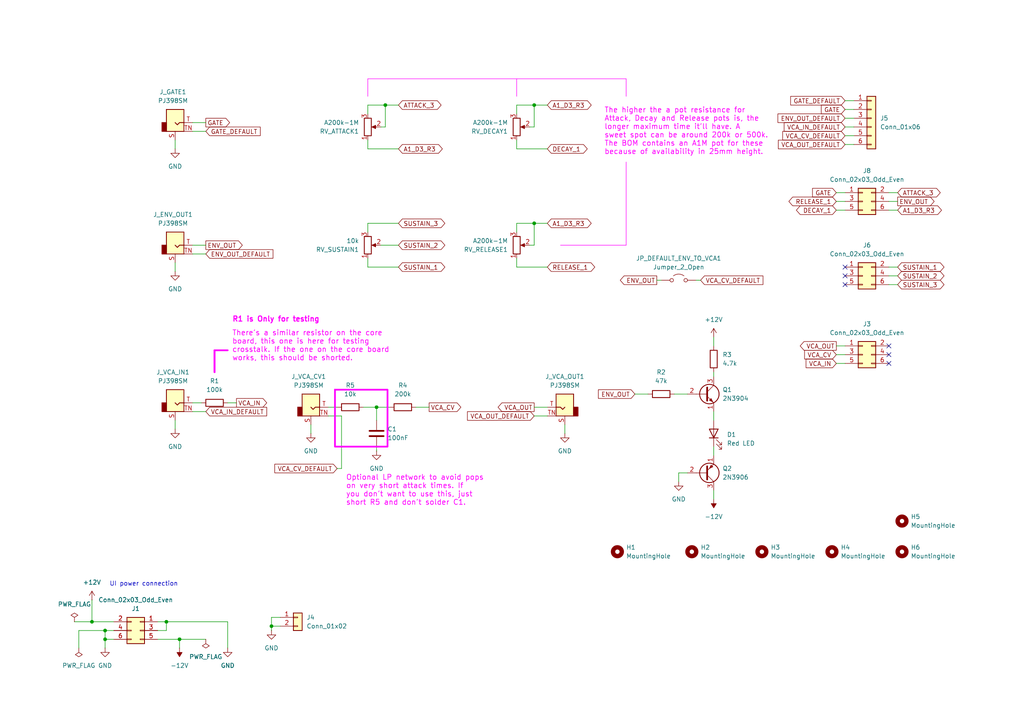
<source format=kicad_sch>
(kicad_sch (version 20250114) (generator "eeschema") (generator_version "9.0")
  (paper "A4")
  (title_block (title "Moduleur Sidechain Mixer UI") (date "2025-07-06") (rev "v1.0") (company "Shmøergh"))
  (lib_symbols
    (symbol "Connector_Generic:Conn_01x02" (pin_names (offset 1.016) (hide yes))
      (property "Reference" "J" (at 0 2.54 0))
      (property "Value" "Conn_01x02" (at 0 -5.08 0))
      (symbol "Conn_01x02_1_1"
        (rectangle (start -1.27 1.27) (end 1.27 -3.81) (stroke (width 0.254)) (fill (type background)))
        (rectangle (start -1.27 0.127) (end 0 -0.127) (stroke (width 0.1524)))
        (rectangle (start -1.27 -2.413) (end 0 -2.667) (stroke (width 0.1524)))
        (pin passive line (at -5.08 0 0) (length 3.81) (name "Pin_1") (number "1"))
        (pin passive line (at -5.08 -2.54 0) (length 3.81) (name "Pin_2") (number "2"))
      )
    )
    (symbol "Connector_Generic:Conn_01x06" (pin_names (offset 1.016) (hide yes))
      (property "Reference" "J" (at 0 7.62 0))
      (property "Value" "Conn_01x06" (at 0 -10.16 0))
      (symbol "Conn_01x06_1_1"
        (rectangle (start -1.27 6.35) (end 1.27 -8.89) (stroke (width 0.254)) (fill (type background)))
        (rectangle (start -1.27 5.207) (end 0 4.953) (stroke (width 0.1524)))
        (rectangle (start -1.27 2.667) (end 0 2.413) (stroke (width 0.1524)))
        (rectangle (start -1.27 0.127) (end 0 -0.127) (stroke (width 0.1524)))
        (rectangle (start -1.27 -2.413) (end 0 -2.667) (stroke (width 0.1524)))
        (rectangle (start -1.27 -4.953) (end 0 -5.207) (stroke (width 0.1524)))
        (rectangle (start -1.27 -7.493) (end 0 -7.747) (stroke (width 0.1524)))
        (pin passive line (at -5.08 5.08 0) (length 3.81) (name "Pin_1") (number "1"))
        (pin passive line (at -5.08 2.54 0) (length 3.81) (name "Pin_2") (number "2"))
        (pin passive line (at -5.08 0 0) (length 3.81) (name "Pin_3") (number "3"))
        (pin passive line (at -5.08 -2.54 0) (length 3.81) (name "Pin_4") (number "4"))
        (pin passive line (at -5.08 -5.08 0) (length 3.81) (name "Pin_5") (number "5"))
        (pin passive line (at -5.08 -7.62 0) (length 3.81) (name "Pin_6") (number "6"))
      )
    )
    (symbol "Connector_Generic:Conn_02x03_Odd_Even" (pin_names (offset 1.016) (hide yes))
      (property "Reference" "J" (at 1.27 5.08 0))
      (property "Value" "Conn_02x03_Odd_Even" (at 1.27 -5.08 0))
      (symbol "Conn_02x03_Odd_Even_1_1"
        (rectangle (start -1.27 3.81) (end 3.81 -3.81) (stroke (width 0.254)) (fill (type background)))
        (rectangle (start -1.27 2.667) (end 0 2.413) (stroke (width 0.1524)))
        (rectangle (start -1.27 0.127) (end 0 -0.127) (stroke (width 0.1524)))
        (rectangle (start -1.27 -2.413) (end 0 -2.667) (stroke (width 0.1524)))
        (rectangle (start 3.81 2.667) (end 2.54 2.413) (stroke (width 0.1524)))
        (rectangle (start 3.81 0.127) (end 2.54 -0.127) (stroke (width 0.1524)))
        (rectangle (start 3.81 -2.413) (end 2.54 -2.667) (stroke (width 0.1524)))
        (pin passive line (at -5.08 2.54 0) (length 3.81) (name "Pin_1") (number "1"))
        (pin passive line (at -5.08 0 0) (length 3.81) (name "Pin_3") (number "3"))
        (pin passive line (at -5.08 -2.54 0) (length 3.81) (name "Pin_5") (number "5"))
        (pin passive line (at 7.62 2.54 180) (length 3.81) (name "Pin_2") (number "2"))
        (pin passive line (at 7.62 0 180) (length 3.81) (name "Pin_4") (number "4"))
        (pin passive line (at 7.62 -2.54 180) (length 3.81) (name "Pin_6") (number "6"))
      )
    )
    (symbol "Device:C" (pin_numbers (hide yes)) (pin_names (offset 0.254))
      (property "Reference" "C" (at 0.635 2.54 0))
      (property "Value" "C" (at 0.635 -2.54 0))
      (symbol "C_0_1"
        (polyline (pts (xy -2.032 0.762) (xy 2.032 0.762)) (stroke (width 0.508)))
        (polyline (pts (xy -2.032 -0.762) (xy 2.032 -0.762)) (stroke (width 0.508)))
      )
      (symbol "C_1_1"
        (pin passive line (at 0 3.81 270) (length 2.794) (name "~") (number "1"))
        (pin passive line (at 0 -3.81 90) (length 2.794) (name "~") (number "2"))
      )
    )
    (symbol "Device:LED" (pin_numbers (hide yes)) (pin_names (offset 1.016) (hide yes))
      (property "Reference" "D" (at 0 2.54 0))
      (property "Value" "LED" (at 0 -2.54 0))
      (symbol "LED_0_1"
        (polyline (pts (xy -3.048 -0.762) (xy -4.572 -2.286) (xy -3.81 -2.286) (xy -4.572 -2.286) (xy -4.572 -1.524)))
        (polyline (pts (xy -1.778 -0.762) (xy -3.302 -2.286) (xy -2.54 -2.286) (xy -3.302 -2.286) (xy -3.302 -1.524)))
        (polyline (pts (xy -1.27 0) (xy 1.27 0)))
        (polyline (pts (xy -1.27 -1.27) (xy -1.27 1.27)) (stroke (width 0.254)))
        (polyline (pts (xy 1.27 -1.27) (xy 1.27 1.27) (xy -1.27 0) (xy 1.27 -1.27)) (stroke (width 0.254)))
      )
      (symbol "LED_1_1"
        (pin passive line (at -3.81 0 0) (length 2.54) (name "K") (number "1"))
        (pin passive line (at 3.81 0 180) (length 2.54) (name "A") (number "2"))
      )
    )
    (symbol "Device:R" (pin_numbers (hide yes)) (pin_names (offset 0))
      (property "Reference" "R" (at 2.032 0 90))
      (property "Value" "R" (at 0 0 90))
      (symbol "R_0_1"
        (rectangle (start -1.016 -2.54) (end 1.016 2.54) (stroke (width 0.254)))
      )
      (symbol "R_1_1"
        (pin passive line (at 0 3.81 270) (length 1.27) (name "~") (number "1"))
        (pin passive line (at 0 -3.81 90) (length 1.27) (name "~") (number "2"))
      )
    )
    (symbol "Device:R_Potentiometer" (pin_names (offset 1.016) (hide yes))
      (property "Reference" "RV" (at -4.445 0 90))
      (property "Value" "R_Potentiometer" (at -2.54 0 90))
      (symbol "R_Potentiometer_0_1"
        (rectangle (start 1.016 2.54) (end -1.016 -2.54) (stroke (width 0.254)))
        (polyline (pts (xy 1.143 0) (xy 2.286 0.508) (xy 2.286 -0.508) (xy 1.143 0)) (fill (type outline)))
        (polyline (pts (xy 2.54 0) (xy 1.524 0)))
      )
      (symbol "R_Potentiometer_1_1"
        (pin passive line (at 0 3.81 270) (length 1.27) (name "1") (number "1"))
        (pin passive line (at 0 -3.81 90) (length 1.27) (name "3") (number "3"))
        (pin passive line (at 3.81 0 180) (length 1.27) (name "2") (number "2"))
      )
    )
    (symbol "Jumper:Jumper_2_Open" (pin_numbers (hide yes)) (pin_names (offset 0) (hide yes))
      (property "Reference" "JP" (at 0 2.794 0))
      (property "Value" "Jumper_2_Open" (at 0 -2.286 0))
      (symbol "Jumper_2_Open_0_0"
        (circle (center -2.032 0) (radius 0.508))
        (circle (center 2.032 0) (radius 0.508))
      )
      (symbol "Jumper_2_Open_0_1"
        (arc (start -1.524 1.27) (mid 0 1.778) (end 1.524 1.27))
      )
      (symbol "Jumper_2_Open_1_1"
        (pin passive line (at -5.08 0 0) (length 2.54) (name "A") (number "1"))
        (pin passive line (at 5.08 0 180) (length 2.54) (name "B") (number "2"))
      )
    )
    (symbol "Mechanical:MountingHole" (pin_names (offset 1.016)) (in_bom no)
      (property "Reference" "H" (at 0 5.08 0))
      (property "Value" "MountingHole" (at 0 3.175 0))
      (symbol "MountingHole_0_1"
        (circle (center 0 0) (radius 1.27) (stroke (width 1.27)))
      )
    )
    (symbol "Shmoergh-Custom-Components:AudioJack2_Thonkiconn_S"
      (property "Reference" "J" (at 0 8.89 0))
      (property "Value" "AudioJack2_Thonkiconn" (at 0 6.35 0))
      (symbol "AudioJack2_Thonkiconn_S_0_1"
        (rectangle (start -2.54 -2.54) (end -3.81 0) (stroke (width 0.254)) (fill (type outline)))
        (polyline (pts (xy 0 0) (xy 0.635 -0.635) (xy 1.27 0) (xy 2.54 0)) (stroke (width 0.254)))
        (rectangle (start 2.54 3.81) (end -2.54 -2.54) (stroke (width 0.254)) (fill (type background)))
      )
      (symbol "AudioJack2_Thonkiconn_S_1_1"
        (pin passive line (at 0 -5.08 90) (length 2.54) (name "~") (number "S"))
        (pin bidirectional line (at 5.08 0 180) (length 2.54) (name "~") (number "T"))
        (pin passive line (at 5.08 -2.54 180) (length 2.54) (name "~") (number "TN"))
      )
    )
    (symbol "Transistor_BJT:2N3904" (pin_names (offset 0) (hide yes))
      (property "Reference" "Q" (at 5.08 1.905 0))
      (property "Value" "2N3904" (at 5.08 0 0))
      (symbol "2N3904_0_1"
        (polyline (pts (xy -2.54 0) (xy 0.635 0)))
        (polyline (pts (xy 0.635 1.905) (xy 0.635 -1.905)) (stroke (width 0.508)))
        (circle (center 1.27 0) (radius 2.8194) (stroke (width 0.254)))
      )
      (symbol "2N3904_1_1"
        (polyline (pts (xy 0.635 0.635) (xy 2.54 2.54)))
        (polyline (pts (xy 0.635 -0.635) (xy 2.54 -2.54)))
        (polyline (pts (xy 1.27 -1.778) (xy 1.778 -1.27) (xy 2.286 -2.286) (xy 1.27 -1.778)) (fill (type outline)))
        (pin input line (at -5.08 0 0) (length 2.54) (name "B") (number "2"))
        (pin passive line (at 2.54 5.08 270) (length 2.54) (name "C") (number "3"))
        (pin passive line (at 2.54 -5.08 90) (length 2.54) (name "E") (number "1"))
      )
    )
    (symbol "Transistor_BJT:2N3906" (pin_names (offset 0) (hide yes))
      (property "Reference" "Q" (at 5.08 1.905 0))
      (property "Value" "2N3906" (at 5.08 0 0))
      (symbol "2N3906_0_1"
        (polyline (pts (xy -2.54 0) (xy 0.635 0)))
        (polyline (pts (xy 0.635 1.905) (xy 0.635 -1.905)) (stroke (width 0.508)))
        (polyline (pts (xy 0.635 0.635) (xy 2.54 2.54)))
        (polyline (pts (xy 0.635 -0.635) (xy 2.54 -2.54)))
        (circle (center 1.27 0) (radius 2.8194) (stroke (width 0.254)))
        (polyline (pts (xy 2.286 -1.778) (xy 1.778 -2.286) (xy 1.27 -1.27) (xy 2.286 -1.778)) (fill (type outline)))
      )
      (symbol "2N3906_1_1"
        (pin input line (at -5.08 0 0) (length 2.54) (name "B") (number "2"))
        (pin passive line (at 2.54 5.08 270) (length 2.54) (name "C") (number "3"))
        (pin passive line (at 2.54 -5.08 90) (length 2.54) (name "E") (number "1"))
      )
    )
    (symbol "power:+12V" (power) (pin_numbers (hide yes)) (pin_names (offset 0) (hide yes))
      (property "Value" "+12V" (at 0 3.556 0))
      (symbol "+12V_0_1"
        (polyline (pts (xy -0.762 1.27) (xy 0 2.54)))
        (polyline (pts (xy 0 2.54) (xy 0.762 1.27)))
        (polyline (pts (xy 0 0) (xy 0 2.54)))
      )
      (symbol "+12V_1_1"
        (pin power_in line (at 0 0 90) (length 0) (name "~") (number "1"))
      )
    )
    (symbol "power:-12V" (power) (pin_numbers (hide yes)) (pin_names (offset 0) (hide yes))
      (property "Value" "-12V" (at 0 3.556 0))
      (symbol "-12V_0_0"
        (pin power_in line (at 0 0 90) (length 0) (name "~") (number "1"))
      )
      (symbol "-12V_0_1"
        (polyline (pts (xy 0 0) (xy 0 1.27) (xy 0.762 1.27) (xy 0 2.54) (xy -0.762 1.27) (xy 0 1.27)) (fill (type outline)))
      )
    )
    (symbol "power:GND" (power) (pin_numbers (hide yes)) (pin_names (offset 0) (hide yes))
      (property "Value" "GND" (at 0 -3.81 0))
      (symbol "GND_0_1"
        (polyline (pts (xy 0 0) (xy 0 -1.27) (xy 1.27 -1.27) (xy 0 -2.54) (xy -1.27 -1.27) (xy 0 -1.27)))
      )
      (symbol "GND_1_1"
        (pin power_in line (at 0 0 270) (length 0) (name "~") (number "1"))
      )
    )
    (symbol "power:PWR_FLAG" (power) (pin_numbers (hide yes)) (pin_names (offset 0) (hide yes))
      (property "Value" "PWR_FLAG" (at 0 3.81 0))
      (symbol "PWR_FLAG_0_0"
        (pin power_out line (at 0 0 90) (length 0) (name "~") (number "1"))
      )
      (symbol "PWR_FLAG_0_1"
        (polyline (pts (xy 0 0) (xy 0 1.27) (xy -1.016 1.905) (xy 0 2.54) (xy 1.016 1.905) (xy 0 1.27)))
      )
    )
  )
  (rectangle (start 97.155 113.03) (end 112.395 129.54) (stroke (width 0.5) (color 255 0 255 1)))
  (text "There's a similar resistor on the core\nboard, this one is here for testing\ncrosstalk. If the one on the core board\nworks, this should be shorted." (at 67.31 100.33 0) (effects (font (size 1.5 1.5) (thickness 0.1875)) (justify left)))
  (text "R1 is Only for testing" (at 67.31 92.71 0) (effects (font (size 1.5 1.5) (thickness 0.3) (bold yes)) (justify left)))
  (text "UI power connection" (at 31.75 170.18 0) (effects (font (size 1.27 1.27)) (justify left bottom)))
  (text "The higher the a pot resistance for \nAttack, Decay and Release pots is, the\nlonger maximum time it'll have. A\nsweet spot can be around 200k or 500k. \nThe BOM contains an A1M pot for these\nbecause of availability in 25mm height." (at 175.26 38.1 0) (effects (font (size 1.5 1.5) (thickness 0.1875)) (justify left)))
  (text "Optional LP network to avoid pops\non very short attack times. If\nyou don't want to use this, just \nshort R5 and don't solder C1." (at 100.33 142.24 0) (effects (font (size 1.5 1.5) (thickness 0.1875)) (justify left)))
  (junction (at 154.94 64.77))
  (junction (at 78.74 181.61))
  (junction (at 109.22 118.11))
  (junction (at 30.48 182.88))
  (junction (at 52.07 185.42))
  (junction (at 154.94 30.48))
  (junction (at 48.26 180.34))
  (junction (at 26.67 180.34))
  (junction (at 111.76 30.48))
  (junction (at 30.48 185.42))
  (no_connect (at 245.11 82.55))
  (no_connect (at 257.81 100.33))
  (no_connect (at 245.11 80.01))
  (no_connect (at 245.11 77.47))
  (no_connect (at 257.81 102.87))
  (no_connect (at 257.81 105.41))
  (wire (pts (xy 257.81 77.47) (xy 260.35 77.47)))
  (wire (pts (xy 257.81 58.42) (xy 260.35 58.42)))
  (wire (pts (xy 245.11 36.83) (xy 247.65 36.83)))
  (polyline (pts (xy 181.61 27.94) (xy 181.61 22.86)) (stroke (width 0) (type solid) (color 255 0 255 1)))
  (wire (pts (xy 52.07 187.96) (xy 52.07 185.42)))
  (wire (pts (xy 68.58 116.84) (xy 66.04 116.84)))
  (wire (pts (xy 110.49 36.83) (xy 111.76 36.83)))
  (wire (pts (xy 55.88 116.84) (xy 58.42 116.84)))
  (polyline (pts (xy 62.23 107.95) (xy 62.23 101.6)) (stroke (width 0.5) (type solid) (color 255 0 255 1)))
  (wire (pts (xy 59.69 185.42) (xy 52.07 185.42)))
  (wire (pts (xy 154.94 120.65) (xy 158.75 120.65)))
  (wire (pts (xy 154.94 36.83) (xy 154.94 30.48)))
  (wire (pts (xy 45.72 185.42) (xy 52.07 185.42)))
  (wire (pts (xy 109.22 118.11) (xy 113.03 118.11)))
  (wire (pts (xy 78.74 181.61) (xy 81.28 181.61)))
  (wire (pts (xy 59.69 38.1) (xy 55.88 38.1)))
  (wire (pts (xy 109.22 130.81) (xy 109.22 129.54)))
  (wire (pts (xy 207.01 107.95) (xy 207.01 109.22)))
  (polyline (pts (xy 181.61 22.86) (xy 106.68 22.86)) (stroke (width 0) (type solid) (color 255 0 255 1)))
  (wire (pts (xy 26.67 180.34) (xy 33.02 180.34)))
  (wire (pts (xy 111.76 30.48) (xy 115.57 30.48)))
  (polyline (pts (xy 181.61 71.12) (xy 181.61 46.99)) (stroke (width 0) (type solid) (color 255 0 255 1)))
  (wire (pts (xy 55.88 35.56) (xy 59.69 35.56)))
  (wire (pts (xy 257.81 82.55) (xy 260.35 82.55)))
  (wire (pts (xy 149.86 77.47) (xy 158.75 77.47)))
  (wire (pts (xy 242.57 102.87) (xy 245.11 102.87)))
  (wire (pts (xy 190.5 81.28) (xy 191.77 81.28)))
  (polyline (pts (xy 62.23 107.95) (xy 62.23 101.6)) (stroke (width 0.5) (type solid) (color 255 0 255 1)))
  (wire (pts (xy 149.86 64.77) (xy 149.86 67.31)))
  (wire (pts (xy 115.57 77.47) (xy 106.68 77.47)))
  (wire (pts (xy 149.86 40.64) (xy 149.86 43.18)))
  (wire (pts (xy 99.06 120.65) (xy 95.25 120.65)))
  (wire (pts (xy 109.22 118.11) (xy 109.22 121.92)))
  (wire (pts (xy 106.68 74.93) (xy 106.68 77.47)))
  (wire (pts (xy 81.28 179.07) (xy 78.74 179.07)))
  (polyline (pts (xy 66.04 101.6) (xy 62.23 101.6)) (stroke (width 0.5) (type solid) (color 255 0 255 1)))
  (wire (pts (xy 59.69 73.66) (xy 55.88 73.66)))
  (wire (pts (xy 196.85 137.16) (xy 196.85 139.7)))
  (wire (pts (xy 50.8 76.2) (xy 50.8 78.74)))
  (wire (pts (xy 195.58 114.3) (xy 199.39 114.3)))
  (polyline (pts (xy 106.68 22.86) (xy 106.68 27.94)) (stroke (width 0) (type solid) (color 255 0 255 1)))
  (wire (pts (xy 110.49 71.12) (xy 115.57 71.12)))
  (wire (pts (xy 207.01 132.08) (xy 207.01 129.54)))
  (wire (pts (xy 97.79 135.89) (xy 99.06 135.89)))
  (wire (pts (xy 154.94 118.11) (xy 158.75 118.11)))
  (wire (pts (xy 257.81 60.96) (xy 260.35 60.96)))
  (wire (pts (xy 78.74 179.07) (xy 78.74 181.61)))
  (wire (pts (xy 26.67 173.99) (xy 26.67 180.34)))
  (wire (pts (xy 153.67 36.83) (xy 154.94 36.83)))
  (wire (pts (xy 207.01 97.79) (xy 207.01 100.33)))
  (wire (pts (xy 245.11 34.29) (xy 247.65 34.29)))
  (wire (pts (xy 149.86 30.48) (xy 154.94 30.48)))
  (wire (pts (xy 48.26 180.34) (xy 45.72 180.34)))
  (wire (pts (xy 149.86 64.77) (xy 154.94 64.77)))
  (wire (pts (xy 105.41 118.11) (xy 109.22 118.11)))
  (wire (pts (xy 21.59 180.34) (xy 26.67 180.34)))
  (wire (pts (xy 106.68 30.48) (xy 111.76 30.48)))
  (wire (pts (xy 158.75 43.18) (xy 149.86 43.18)))
  (wire (pts (xy 163.83 125.73) (xy 163.83 123.19)))
  (wire (pts (xy 207.01 121.92) (xy 207.01 119.38)))
  (wire (pts (xy 22.86 182.88) (xy 30.48 182.88)))
  (wire (pts (xy 245.11 39.37) (xy 247.65 39.37)))
  (polyline (pts (xy 149.86 22.86) (xy 149.86 27.94)) (stroke (width 0) (type solid) (color 255 0 255 1)))
  (wire (pts (xy 66.04 187.96) (xy 66.04 180.34)))
  (wire (pts (xy 48.26 182.88) (xy 48.26 180.34)))
  (wire (pts (xy 242.57 60.96) (xy 245.11 60.96)))
  (wire (pts (xy 111.76 36.83) (xy 111.76 30.48)))
  (wire (pts (xy 120.65 118.11) (xy 124.46 118.11)))
  (polyline (pts (xy 181.61 71.12) (xy 162.56 71.12)) (stroke (width 0) (type solid) (color 255 0 255 1)))
  (wire (pts (xy 153.67 71.12) (xy 154.94 71.12)))
  (wire (pts (xy 95.25 118.11) (xy 97.79 118.11)))
  (wire (pts (xy 33.02 185.42) (xy 30.48 185.42)))
  (wire (pts (xy 245.11 29.21) (xy 247.65 29.21)))
  (wire (pts (xy 50.8 40.64) (xy 50.8 43.18)))
  (wire (pts (xy 245.11 41.91) (xy 247.65 41.91)))
  (wire (pts (xy 184.15 114.3) (xy 187.96 114.3)))
  (wire (pts (xy 257.81 80.01) (xy 260.35 80.01)))
  (wire (pts (xy 66.04 180.34) (xy 48.26 180.34)))
  (wire (pts (xy 154.94 30.48) (xy 158.75 30.48)))
  (wire (pts (xy 242.57 100.33) (xy 245.11 100.33)))
  (wire (pts (xy 149.86 74.93) (xy 149.86 77.47)))
  (wire (pts (xy 207.01 144.78) (xy 207.01 142.24)))
  (wire (pts (xy 59.69 119.38) (xy 55.88 119.38)))
  (wire (pts (xy 106.68 30.48) (xy 106.68 33.02)))
  (wire (pts (xy 154.94 64.77) (xy 154.94 71.12)))
  (wire (pts (xy 245.11 58.42) (xy 242.57 58.42)))
  (wire (pts (xy 30.48 182.88) (xy 33.02 182.88)))
  (wire (pts (xy 90.17 123.19) (xy 90.17 125.73)))
  (wire (pts (xy 50.8 121.92) (xy 50.8 124.46)))
  (wire (pts (xy 106.68 40.64) (xy 106.68 43.18)))
  (wire (pts (xy 260.35 55.88) (xy 257.81 55.88)))
  (wire (pts (xy 55.88 71.12) (xy 59.69 71.12)))
  (wire (pts (xy 149.86 30.48) (xy 149.86 33.02)))
  (wire (pts (xy 245.11 105.41) (xy 242.57 105.41)))
  (wire (pts (xy 30.48 185.42) (xy 30.48 182.88)))
  (wire (pts (xy 106.68 64.77) (xy 115.57 64.77)))
  (wire (pts (xy 22.86 187.96) (xy 22.86 182.88)))
  (wire (pts (xy 199.39 137.16) (xy 196.85 137.16)))
  (wire (pts (xy 201.93 81.28) (xy 203.2 81.28)))
  (wire (pts (xy 242.57 55.88) (xy 245.11 55.88)))
  (wire (pts (xy 115.57 43.18) (xy 106.68 43.18)))
  (wire (pts (xy 78.74 181.61) (xy 78.74 182.88)))
  (wire (pts (xy 30.48 187.96) (xy 30.48 185.42)))
  (wire (pts (xy 99.06 135.89) (xy 99.06 120.65)))
  (wire (pts (xy 245.11 31.75) (xy 247.65 31.75)))
  (wire (pts (xy 45.72 182.88) (xy 48.26 182.88)))
  (wire (pts (xy 106.68 64.77) (xy 106.68 67.31)))
  (wire (pts (xy 154.94 64.77) (xy 158.75 64.77)))
  (global_label "DECAY_1" (shape bidirectional) (at 242.57 60.96 180) (property "Intersheetrefs" "${INTERSHEET_REFS}" (effects (hide yes))))
  (global_label "ATTACK_3" (shape bidirectional) (at 115.57 30.48 0) (property "Intersheetrefs" "${INTERSHEET_REFS}" (effects (hide yes))))
  (global_label "VCA_OUT" (shape output) (at 154.94 118.11 180) (property "Intersheetrefs" "${INTERSHEET_REFS}" (effects (hide yes))))
  (global_label "VCA_OUT_DEFAULT" (shape input) (at 154.94 120.65 180) (property "Intersheetrefs" "${INTERSHEET_REFS}" (effects (hide yes))))
  (global_label "DECAY_1" (shape bidirectional) (at 158.75 43.18 0) (property "Intersheetrefs" "${INTERSHEET_REFS}" (effects (hide yes))))
  (global_label "VCA_CV_DEFAULT" (shape input) (at 97.79 135.89 180) (property "Intersheetrefs" "${INTERSHEET_REFS}" (effects (hide yes))))
  (global_label "GATE" (shape input) (at 242.57 55.88 180) (property "Intersheetrefs" "${INTERSHEET_REFS}" (effects (hide yes))))
  (global_label "VCA_IN" (shape input) (at 242.57 105.41 180) (property "Intersheetrefs" "${INTERSHEET_REFS}" (effects (hide yes))))
  (global_label "A1_D3_R3" (shape bidirectional) (at 158.75 30.48 0) (property "Intersheetrefs" "${INTERSHEET_REFS}" (effects (hide yes))))
  (global_label "SUSTAIN_2" (shape bidirectional) (at 115.57 71.12 0) (property "Intersheetrefs" "${INTERSHEET_REFS}" (effects (hide yes))))
  (global_label "VCA_CV_DEFAULT" (shape input) (at 245.11 39.37 180) (property "Intersheetrefs" "${INTERSHEET_REFS}" (effects (hide yes))))
  (global_label "SUSTAIN_1" (shape bidirectional) (at 115.57 77.47 0) (property "Intersheetrefs" "${INTERSHEET_REFS}" (effects (hide yes))))
  (global_label "ENV_OUT_DEFAULT" (shape input) (at 59.69 73.66 0) (property "Intersheetrefs" "${INTERSHEET_REFS}" (effects (hide yes))))
  (global_label "SUSTAIN_3" (shape bidirectional) (at 115.57 64.77 0) (property "Intersheetrefs" "${INTERSHEET_REFS}" (effects (hide yes))))
  (global_label "ENV_OUT_DEFAULT" (shape input) (at 245.11 34.29 180) (property "Intersheetrefs" "${INTERSHEET_REFS}" (effects (hide yes))))
  (global_label "VCA_CV" (shape input) (at 242.57 102.87 180) (property "Intersheetrefs" "${INTERSHEET_REFS}" (effects (hide yes))))
  (global_label "SUSTAIN_2" (shape bidirectional) (at 260.35 80.01 0) (property "Intersheetrefs" "${INTERSHEET_REFS}" (effects (hide yes))))
  (global_label "A1_D3_R3" (shape bidirectional) (at 158.75 64.77 0) (property "Intersheetrefs" "${INTERSHEET_REFS}" (effects (hide yes))))
  (global_label "RELEASE_1" (shape bidirectional) (at 158.75 77.47 0) (property "Intersheetrefs" "${INTERSHEET_REFS}" (effects (hide yes))))
  (global_label "VCA_IN_DEFAULT" (shape input) (at 245.11 36.83 180) (property "Intersheetrefs" "${INTERSHEET_REFS}" (effects (hide yes))))
  (global_label "ATTACK_3" (shape bidirectional) (at 260.35 55.88 0) (property "Intersheetrefs" "${INTERSHEET_REFS}" (effects (hide yes))))
  (global_label "A1_D3_R3" (shape bidirectional) (at 115.57 43.18 0) (property "Intersheetrefs" "${INTERSHEET_REFS}" (effects (hide yes))))
  (global_label "VCA_IN" (shape output) (at 68.58 116.84 0) (property "Intersheetrefs" "${INTERSHEET_REFS}" (effects (hide yes))))
  (global_label "ENV_OUT" (shape output) (at 260.35 58.42 0) (property "Intersheetrefs" "${INTERSHEET_REFS}" (effects (hide yes))))
  (global_label "ENV_OUT" (shape output) (at 190.5 81.28 180) (property "Intersheetrefs" "${INTERSHEET_REFS}" (effects (hide yes))))
  (global_label "RELEASE_1" (shape bidirectional) (at 242.57 58.42 180) (property "Intersheetrefs" "${INTERSHEET_REFS}" (effects (hide yes))))
  (global_label "ENV_OUT" (shape output) (at 59.69 71.12 0) (property "Intersheetrefs" "${INTERSHEET_REFS}" (effects (hide yes))))
  (global_label "VCA_CV_DEFAULT" (shape input) (at 203.2 81.28 0) (property "Intersheetrefs" "${INTERSHEET_REFS}" (effects (hide yes))))
  (global_label "GATE" (shape output) (at 59.69 35.56 0) (property "Intersheetrefs" "${INTERSHEET_REFS}" (effects (hide yes))))
  (global_label "VCA_IN_DEFAULT" (shape input) (at 59.69 119.38 0) (property "Intersheetrefs" "${INTERSHEET_REFS}" (effects (hide yes))))
  (global_label "GATE_DEFAULT" (shape input) (at 59.69 38.1 0) (property "Intersheetrefs" "${INTERSHEET_REFS}" (effects (hide yes))))
  (global_label "ENV_OUT" (shape input) (at 184.15 114.3 180) (property "Intersheetrefs" "${INTERSHEET_REFS}" (effects (hide yes))))
  (global_label "VCA_OUT_DEFAULT" (shape input) (at 245.11 41.91 180) (property "Intersheetrefs" "${INTERSHEET_REFS}" (effects (hide yes))))
  (global_label "SUSTAIN_3" (shape bidirectional) (at 260.35 82.55 0) (property "Intersheetrefs" "${INTERSHEET_REFS}" (effects (hide yes))))
  (global_label "GATE" (shape input) (at 245.11 31.75 180) (property "Intersheetrefs" "${INTERSHEET_REFS}" (effects (hide yes))))
  (global_label "VCA_CV" (shape output) (at 124.46 118.11 0) (property "Intersheetrefs" "${INTERSHEET_REFS}" (effects (hide yes))))
  (global_label "GATE_DEFAULT" (shape input) (at 245.11 29.21 180) (property "Intersheetrefs" "${INTERSHEET_REFS}" (effects (hide yes))))
  (global_label "A1_D3_R3" (shape bidirectional) (at 260.35 60.96 0) (property "Intersheetrefs" "${INTERSHEET_REFS}" (effects (hide yes))))
  (global_label "SUSTAIN_1" (shape bidirectional) (at 260.35 77.47 0) (property "Intersheetrefs" "${INTERSHEET_REFS}" (effects (hide yes))))
  (global_label "VCA_OUT" (shape output) (at 242.57 100.33 180) (property "Intersheetrefs" "${INTERSHEET_REFS}" (effects (hide yes))))
  (symbol (lib_id "power:+12V") (at 26.67 173.99 0) (unit 1)
    (property "Reference" "#PWR01" (effects (hide yes)))
    (property "Value" "+12V" (at 26.67 168.91 0))
    (property "Description" "Power symbol creates a global label with name \"+12V\"" (effects (hide yes)))
  )
  (symbol (lib_id "Device:R_Potentiometer") (at 149.86 36.83 0) (mirror x) (unit 1)
    (property "Reference" "RV_DECAY1" (at 147.32 38.1001 0) (effects (justify right)))
    (property "Value" "A200k-1M" (at 147.32 35.5601 0) (effects (justify right)))
    (property "Footprint" "Shmoergh_Custom_Footprints:Potentiometer_Bourns_Single-PTV09A" (effects (hide yes)))
    (property "Description" "Potentiometer" (effects (hide yes)))
    (property "Part URL" "https://mou.sr/3VpxrOs" (effects (hide yes)))
    (property "Vendor" "Mouser" (effects (hide yes)))
    (property "Part no." "652-PTV09A4025FA105 " (effects (hide yes)))
    (property "Note" "D-Shaft" (effects (hide yes)))
  )
  (symbol (lib_id "Shmoergh-Custom-Components:AudioJack2_Thonkiconn_S") (at 163.83 118.11 0) (mirror y) (unit 1)
    (property "Reference" "J_VCA_OUT1" (at 163.83 109.22 0))
    (property "Value" "PJ398SM" (at 163.83 111.76 0))
    (property "Footprint" "Shmoergh_Custom_Footprints:Jack_3.5mm_QingPu_WQP-PJ398SM_Vertical_CircularHoles" (effects (hide yes)))
    (property "Description" "Audio Jack, 2 Poles (Mono / TS), Grounded Sleeve" (effects (hide yes)))
    (property "Part URL" "https://www.thonk.co.uk/shop/thonkiconn/" (effects (hide yes)))
    (property "Vendor" "Thonk" (effects (hide yes)))
    (property "Part no." "PJ398SM" (effects (hide yes)))
  )
  (symbol (lib_id "Device:R") (at 191.77 114.3 90) (unit 1)
    (property "Reference" "R2" (at 191.77 107.95 90))
    (property "Value" "47k" (at 191.77 110.49 90))
    (property "Footprint" "Shmoergh_Custom_Footprints:R_Axial_DIN0207_L6.3mm_D2.5mm_P7.62mm_Horizontal" (effects (hide yes)))
    (property "Description" "Resistor" (effects (hide yes)))
    (property "Part URL" "https://mou.sr/3MWzgkZ" (effects (hide yes)))
    (property "Vendor" "Mouser" (effects (hide yes)))
    (property "Part no." "603-MFR-25FRF52-47K" (effects (hide yes)))
  )
  (symbol (lib_id "Device:LED") (at 207.01 125.73 90) (unit 1)
    (property "Reference" "D1" (at 210.82 126.0474 90) (effects (justify right)))
    (property "Value" "Red LED" (at 210.82 128.5874 90) (effects (justify right)))
    (property "Footprint" "LED_THT:LED_D3.0mm" (effects (hide yes)))
    (property "Description" "Light emitting diode" (effects (hide yes)))
    (property "Sim.Pins" "1=K 2=A" (effects (hide yes)))
  )
  (symbol (lib_id "power:GND") (at 163.83 125.73 0) (mirror y) (unit 1)
    (property "Reference" "#PWR016" (effects (hide yes)))
    (property "Value" "GND" (at 163.83 130.81 0))
    (property "Description" "Power symbol creates a global label with name \"GND\" , ground" (effects (hide yes)))
  )
  (symbol (lib_id "Device:R") (at 116.84 118.11 90) (unit 1)
    (property "Reference" "R4" (at 116.84 111.76 90))
    (property "Value" "200k" (at 116.84 114.3 90))
    (property "Footprint" "Shmoergh_Custom_Footprints:R_Axial_DIN0207_L6.3mm_D2.5mm_P7.62mm_Horizontal" (effects (hide yes)))
    (property "Description" "Resistor" (effects (hide yes)))
    (property "Part URL" "https://mou.sr/4soIlUi" (effects (hide yes)))
    (property "Vendor" "Mouser" (effects (hide yes)))
    (property "Part no." "603-MFR-25FRF52200K " (effects (hide yes)))
  )
  (symbol (lib_id "power:-12V") (at 52.07 187.96 180) (unit 1)
    (property "Reference" "#PWR07" (effects (hide yes)))
    (property "Value" "-12V" (at 52.07 193.04 0))
    (property "Description" "Power symbol creates a global label with name \"-12V\"" (effects (hide yes)))
  )
  (symbol (lib_id "Mechanical:MountingHole") (at 261.62 160.02 0) (unit 1) (in_bom no)
    (property "Reference" "H6" (at 264.16 158.7499 0) (effects (justify left)))
    (property "Value" "MountingHole" (at 264.16 161.2899 0) (effects (justify left)))
    (property "Footprint" "MountingHole:MountingHole_3.2mm_M3_DIN965_Pad" (effects (hide yes)))
    (property "Description" "Mounting Hole without connection" (effects (hide yes)))
    (property "Vendor" "-" (effects (hide yes)))
  )
  (symbol (lib_id "Connector_Generic:Conn_02x03_Odd_Even") (at 40.64 182.88 0) (mirror y) (unit 1)
    (property "Reference" "J1" (at 39.37 176.53 0))
    (property "Value" "Conn_02x03_Odd_Even" (at 39.37 173.99 0))
    (property "Footprint" "Connector_PinSocket_2.54mm:PinSocket_2x03_P2.54mm_Vertical" (effects (hide yes)))
    (property "Description" "Generic connector, double row, 02x03, odd/even pin numbering scheme (row 1 odd numbers, row 2 even numbers), script generated (kicad-library-utils/schlib/autogen/connector/)" (effects (hide yes)))
    (property "Part URL" "https://mou.sr/3GIDVEr" (effects (hide yes)))
    (property "Vendor" "Mouser" (effects (hide yes)))
    (property "Part no." "200-SSW10301TD" (effects (hide yes)))
  )
  (symbol (lib_id "power:GND") (at 50.8 43.18 0) (unit 1)
    (property "Reference" "#PWR010" (effects (hide yes)))
    (property "Value" "GND" (at 50.8 48.26 0))
    (property "Description" "Power symbol creates a global label with name \"GND\" , ground" (effects (hide yes)))
  )
  (symbol (lib_id "Shmoergh-Custom-Components:AudioJack2_Thonkiconn_S") (at 50.8 35.56 0) (unit 1)
    (property "Reference" "J_GATE1" (at 50.165 26.67 0))
    (property "Value" "PJ398SM" (at 50.165 29.21 0))
    (property "Footprint" "Shmoergh_Custom_Footprints:Jack_3.5mm_QingPu_WQP-PJ398SM_Vertical_CircularHoles" (effects (hide yes)))
    (property "Description" "Audio Jack, 2 Poles (Mono / TS), Grounded Sleeve" (effects (hide yes)))
    (property "Part URL" "https://www.thonk.co.uk/shop/thonkiconn/" (effects (hide yes)))
    (property "Vendor" "Thonk" (effects (hide yes)))
    (property "Part no." "PJ398SM" (effects (hide yes)))
  )
  (symbol (lib_id "Mechanical:MountingHole") (at 200.66 160.02 0) (unit 1) (in_bom no)
    (property "Reference" "H2" (at 203.2 158.7499 0) (effects (justify left)))
    (property "Value" "MountingHole" (at 203.2 161.2899 0) (effects (justify left)))
    (property "Footprint" "MountingHole:MountingHole_3.2mm_M3_DIN965_Pad" (effects (hide yes)))
    (property "Description" "Mounting Hole without connection" (effects (hide yes)))
    (property "Vendor" "-" (effects (hide yes)))
  )
  (symbol (lib_id "Shmoergh-Custom-Components:AudioJack2_Thonkiconn_S") (at 50.8 71.12 0) (unit 1)
    (property "Reference" "J_ENV_OUT1" (at 50.165 62.23 0))
    (property "Value" "PJ398SM" (at 50.165 64.77 0))
    (property "Footprint" "Shmoergh_Custom_Footprints:Jack_3.5mm_QingPu_WQP-PJ398SM_Vertical_CircularHoles" (effects (hide yes)))
    (property "Description" "Audio Jack, 2 Poles (Mono / TS), Grounded Sleeve" (effects (hide yes)))
    (property "Part URL" "https://www.thonk.co.uk/shop/thonkiconn/" (effects (hide yes)))
    (property "Vendor" "Thonk" (effects (hide yes)))
    (property "Part no." "PJ398SM" (effects (hide yes)))
  )
  (symbol (lib_id "Connector_Generic:Conn_02x03_Odd_Even") (at 250.19 102.87 0) (unit 1)
    (property "Reference" "J3" (at 251.46 93.98 0))
    (property "Value" "Conn_02x03_Odd_Even" (at 251.46 96.52 0))
    (property "Footprint" "Connector_PinSocket_2.54mm:PinSocket_2x03_P2.54mm_Vertical" (effects (hide yes)))
    (property "Description" "Generic connector, double row, 02x03, odd/even pin numbering scheme (row 1 odd numbers, row 2 even numbers), script generated (kicad-library-utils/schlib/autogen/connector/)" (effects (hide yes)))
    (property "Part URL" "https://mou.sr/3GIDVEr" (effects (hide yes)))
    (property "Vendor" "Mouser" (effects (hide yes)))
    (property "Part no." "200-SSW10301TD" (effects (hide yes)))
  )
  (symbol (lib_id "Device:R_Potentiometer") (at 106.68 71.12 0) (mirror x) (unit 1)
    (property "Reference" "RV_SUSTAIN1" (at 104.14 72.3901 0) (effects (justify right)))
    (property "Value" "10k" (at 104.14 69.8501 0) (effects (justify right)))
    (property "Footprint" "PTA4543-2015DPB103:TRIM_PTA4543-2015DPB103" (effects (hide yes)))
    (property "Description" "Potentiometer" (effects (hide yes)))
    (property "Part URL" "https://mou.sr/45PU5oa" (effects (hide yes)))
    (property "Vendor" "Mouser" (effects (hide yes)))
    (property "Part no." "652-PTA4432015CPB103 " (effects (hide yes)))
  )
  (symbol (lib_id "Device:C") (at 109.22 125.73 0) (unit 1)
    (property "Reference" "C1" (at 112.395 124.4599 0) (effects (justify left)))
    (property "Value" "100nF" (at 112.395 126.9999 0) (effects (justify left)))
    (property "Footprint" "Capacitor_THT:C_Rect_L7.2mm_W2.5mm_P5.00mm_FKS2_FKP2_MKS2_MKP2" (effects (hide yes)))
    (property "Description" "Unpolarized capacitor" (effects (hide yes)))
    (property "Part URL" "https://mou.sr/4iTinUl" (effects (hide yes)))
    (property "Vendor" "Mouser" (effects (hide yes)))
    (property "Part no." "80-MMK5104J50J01L16 " (effects (hide yes)))
  )
  (symbol (lib_id "Device:R") (at 101.6 118.11 90) (unit 1)
    (property "Reference" "R5" (at 101.6 111.76 90))
    (property "Value" "10k" (at 101.6 114.3 90))
    (property "Footprint" "Shmoergh_Custom_Footprints:R_Axial_DIN0207_L6.3mm_D2.5mm_P7.62mm_Horizontal" (effects (hide yes)))
    (property "Description" "Resistor" (effects (hide yes)))
    (property "Part URL" "https://mou.sr/4aLzHIM" (effects (hide yes)))
    (property "Vendor" "Mouser" (effects (hide yes)))
    (property "Part no." "603-MFR-25FRF5210K " (effects (hide yes)))
  )
  (symbol (lib_id "Connector_Generic:Conn_01x06") (at 252.73 34.29 0) (unit 1)
    (property "Reference" "J5" (at 255.27 34.2899 0) (effects (justify left)))
    (property "Value" "Conn_01x06" (at 255.27 36.8299 0) (effects (justify left)))
    (property "Footprint" "Connector_PinSocket_2.54mm:PinSocket_1x06_P2.54mm_Vertical" (effects (hide yes)))
    (property "Description" "Generic connector, single row, 01x06, script generated (kicad-library-utils/schlib/autogen/connector/)" (effects (hide yes)))
    (property "Part URL" "https://mou.sr/4lnf48h" (effects (hide yes)))
    (property "Vendor" "Mouser" (effects (hide yes)))
    (property "Part no." "200-SSW10601TS" (effects (hide yes)))
  )
  (symbol (lib_id "Mechanical:MountingHole") (at 179.07 160.02 0) (unit 1) (in_bom no)
    (property "Reference" "H1" (at 181.61 158.7499 0) (effects (justify left)))
    (property "Value" "MountingHole" (at 181.61 161.2899 0) (effects (justify left)))
    (property "Footprint" "MountingHole:MountingHole_3.2mm_M3_DIN965_Pad" (effects (hide yes)))
    (property "Description" "Mounting Hole without connection" (effects (hide yes)))
    (property "Vendor" "-" (effects (hide yes)))
  )
  (symbol (lib_id "power:GND") (at 109.22 130.81 0) (unit 1)
    (property "Reference" "#PWR011" (effects (hide yes)))
    (property "Value" "GND" (at 109.22 135.89 0))
    (property "Description" "Power symbol creates a global label with name \"GND\" , ground" (effects (hide yes)))
  )
  (symbol (lib_id "Transistor_BJT:2N3906") (at 204.47 137.16 0) (mirror x) (unit 1)
    (property "Reference" "Q2" (at 209.55 135.8899 0) (effects (justify left)))
    (property "Value" "2N3906" (at 209.55 138.4299 0) (effects (justify left)))
    (property "Footprint" "Package_TO_SOT_THT:TO-92_Inline_Wide" (effects (hide yes)))
    (property "Datasheet" "https://www.onsemi.com/pub/Collateral/2N3906-D.PDF" (effects (hide yes)))
    (property "Description" "-0.2A Ic, -40V Vce, Small Signal PNP Transistor, TO-92" (effects (hide yes)))
    (property "Part URL" "https://mou.sr/4a8lju1" (effects (hide yes)))
    (property "Vendor" "Mouser" (effects (hide yes)))
    (property "Part no." "637-2N3906" (effects (hide yes)))
  )
  (symbol (lib_id "power:PWR_FLAG") (at 21.59 180.34 0) (unit 1)
    (property "Reference" "#FLG01" (effects (hide yes)))
    (property "Value" "PWR_FLAG" (at 21.59 175.26 0))
    (property "Description" "Special symbol for telling ERC where power comes from" (effects (hide yes)))
  )
  (symbol (lib_id "Shmoergh-Custom-Components:AudioJack2_Thonkiconn_S") (at 90.17 118.11 0) (unit 1)
    (property "Reference" "J_VCA_CV1" (at 89.535 109.22 0))
    (property "Value" "PJ398SM" (at 89.535 111.76 0))
    (property "Footprint" "Shmoergh_Custom_Footprints:Jack_3.5mm_QingPu_WQP-PJ398SM_Vertical_CircularHoles" (effects (hide yes)))
    (property "Description" "Audio Jack, 2 Poles (Mono / TS), Grounded Sleeve" (effects (hide yes)))
    (property "Part URL" "https://www.thonk.co.uk/shop/thonkiconn/" (effects (hide yes)))
    (property "Vendor" "Thonk" (effects (hide yes)))
    (property "Part no." "PJ398SM" (effects (hide yes)))
  )
  (symbol (lib_id "Transistor_BJT:2N3904") (at 204.47 114.3 0) (unit 1)
    (property "Reference" "Q1" (at 209.55 113.0299 0) (effects (justify left)))
    (property "Value" "2N3904" (at 209.55 115.5699 0) (effects (justify left)))
    (property "Footprint" "Package_TO_SOT_THT:TO-92_Inline_Wide" (effects (hide yes)))
    (property "Datasheet" "https://www.onsemi.com/pub/Collateral/2N3903-D.PDF" (effects (hide yes)))
    (property "Description" "0.2A Ic, 40V Vce, Small Signal NPN Transistor, TO-92" (effects (hide yes)))
    (property "Part URL" "https://mou.sr/4febysZ" (effects (hide yes)))
    (property "Vendor" "Mouser" (effects (hide yes)))
    (property "Part no." "637-2N3904" (effects (hide yes)))
  )
  (symbol (lib_id "power:GND") (at 66.04 187.96 0) (unit 1)
    (property "Reference" "#PWR09" (effects (hide yes)))
    (property "Value" "GND" (at 66.04 193.04 0))
    (property "Description" "Power symbol creates a global label with name \"GND\" , ground" (effects (hide yes)))
  )
  (symbol (lib_id "Connector_Generic:Conn_02x03_Odd_Even") (at 250.19 80.01 0) (unit 1)
    (property "Reference" "J6" (at 251.46 71.12 0))
    (property "Value" "Conn_02x03_Odd_Even" (at 251.46 73.66 0))
    (property "Footprint" "Connector_PinSocket_2.54mm:PinSocket_2x03_P2.54mm_Vertical" (effects (hide yes)))
    (property "Description" "Generic connector, double row, 02x03, odd/even pin numbering scheme (row 1 odd numbers, row 2 even numbers), script generated (kicad-library-utils/schlib/autogen/connector/)" (effects (hide yes)))
    (property "Part URL" "https://mou.sr/3GIDVEr" (effects (hide yes)))
    (property "Vendor" "Mouser" (effects (hide yes)))
    (property "Part no." "200-SSW10301TD" (effects (hide yes)))
  )
  (symbol (lib_id "power:GND") (at 90.17 125.73 0) (unit 1)
    (property "Reference" "#PWR04" (effects (hide yes)))
    (property "Value" "GND" (at 90.17 130.81 0))
    (property "Description" "Power symbol creates a global label with name \"GND\" , ground" (effects (hide yes)))
  )
  (symbol (lib_id "Device:R_Potentiometer") (at 106.68 36.83 0) (mirror x) (unit 1)
    (property "Reference" "RV_ATTACK1" (at 104.14 38.1001 0) (effects (justify right)))
    (property "Value" "A200k-1M" (at 104.14 35.5601 0) (effects (justify right)))
    (property "Footprint" "Shmoergh_Custom_Footprints:Potentiometer_Bourns_Single-PTV09A" (effects (hide yes)))
    (property "Description" "Potentiometer" (effects (hide yes)))
    (property "Part URL" "https://mou.sr/3VpxrOs" (effects (hide yes)))
    (property "Vendor" "Mouser" (effects (hide yes)))
    (property "Part no." "652-PTV09A4025FA105 " (effects (hide yes)))
    (property "Note" "D-Shaft" (effects (hide yes)))
  )
  (symbol (lib_id "Jumper:Jumper_2_Open") (at 196.85 81.28 0) (unit 1)
    (property "Reference" "JP_DEFAULT_ENV_TO_VCA1" (at 196.85 74.93 0))
    (property "Value" "Jumper_2_Open" (at 196.85 77.47 0))
    (property "Footprint" "Connector_PinHeader_2.54mm:PinHeader_1x02_P2.54mm_Horizontal" (effects (hide yes)))
    (property "Description" "Jumper, 2-pole, open" (effects (hide yes)))
    (property "Part URL" "https://mou.sr/4nM6IZz" (effects (hide yes)))
    (property "Vendor" "Mouser" (effects (hide yes)))
    (property "Part no." "200-HTSW10208TSRA" (effects (hide yes)))
  )
  (symbol (lib_id "Mechanical:MountingHole") (at 261.62 151.13 0) (unit 1) (in_bom no)
    (property "Reference" "H5" (at 264.16 149.8599 0) (effects (justify left)))
    (property "Value" "MountingHole" (at 264.16 152.3999 0) (effects (justify left)))
    (property "Footprint" "MountingHole:MountingHole_3.2mm_M3_DIN965_Pad" (effects (hide yes)))
    (property "Description" "Mounting Hole without connection" (effects (hide yes)))
    (property "Vendor" "-" (effects (hide yes)))
  )
  (symbol (lib_id "Connector_Generic:Conn_01x02") (at 86.36 179.07 0) (unit 1)
    (property "Reference" "J4" (at 88.9 179.0699 0) (effects (justify left)))
    (property "Value" "Conn_01x02" (at 88.9 181.6099 0) (effects (justify left)))
    (property "Footprint" "Connector_PinSocket_2.54mm:PinSocket_1x02_P2.54mm_Vertical" (effects (hide yes)))
    (property "Description" "Generic connector, single row, 01x02, script generated (kicad-library-utils/schlib/autogen/connector/)" (effects (hide yes)))
    (property "Part URL" "https://mou.sr/4lBvdHe" (effects (hide yes)))
    (property "Vendor" "Mouser" (effects (hide yes)))
    (property "Part no." "200-SSW10201TS" (effects (hide yes)))
  )
  (symbol (lib_id "Mechanical:MountingHole") (at 220.98 160.02 0) (unit 1) (in_bom no)
    (property "Reference" "H3" (at 223.52 158.7499 0) (effects (justify left)))
    (property "Value" "MountingHole" (at 223.52 161.2899 0) (effects (justify left)))
    (property "Footprint" "MountingHole:MountingHole_3.2mm_M3_DIN965_Pad" (effects (hide yes)))
    (property "Description" "Mounting Hole without connection" (effects (hide yes)))
    (property "Vendor" "-" (effects (hide yes)))
  )
  (symbol (lib_id "power:GND") (at 78.74 182.88 0) (unit 1)
    (property "Reference" "#PWR022" (effects (hide yes)))
    (property "Value" "GND" (at 78.74 187.96 0))
    (property "Description" "Power symbol creates a global label with name \"GND\" , ground" (effects (hide yes)))
  )
  (symbol (lib_id "Mechanical:MountingHole") (at 241.3 160.02 0) (unit 1) (in_bom no)
    (property "Reference" "H4" (at 243.84 158.7499 0) (effects (justify left)))
    (property "Value" "MountingHole" (at 243.84 161.2899 0) (effects (justify left)))
    (property "Footprint" "MountingHole:MountingHole_3.2mm_M3_DIN965_Pad" (effects (hide yes)))
    (property "Description" "Mounting Hole without connection" (effects (hide yes)))
    (property "Vendor" "-" (effects (hide yes)))
  )
  (symbol (lib_id "power:PWR_FLAG") (at 22.86 187.96 180) (unit 1)
    (property "Reference" "#FLG02" (effects (hide yes)))
    (property "Value" "PWR_FLAG" (at 22.86 193.04 0))
    (property "Description" "Special symbol for telling ERC where power comes from" (effects (hide yes)))
  )
  (symbol (lib_id "Device:R") (at 62.23 116.84 90) (unit 1)
    (property "Reference" "R1" (at 62.23 110.49 90))
    (property "Value" "100k" (at 62.23 113.03 90))
    (property "Footprint" "Shmoergh_Custom_Footprints:R_Axial_DIN0207_L6.3mm_D2.5mm_P7.62mm_Horizontal" (effects (hide yes)))
    (property "Description" "Resistor" (effects (hide yes)))
    (property "Part URL" "https://mou.sr/4hEwI4G" (effects (hide yes)))
    (property "Vendor" "Mouser" (effects (hide yes)))
    (property "Part no." "603-MFR-25FRF52100K" (effects (hide yes)))
  )
  (symbol (lib_id "power:-12V") (at 207.01 144.78 180) (unit 1)
    (property "Reference" "#PWR08" (effects (hide yes)))
    (property "Value" "-12V" (at 207.01 149.86 0))
    (property "Description" "Power symbol creates a global label with name \"-12V\"" (effects (hide yes)))
  )
  (symbol (lib_id "Shmoergh-Custom-Components:AudioJack2_Thonkiconn_S") (at 50.8 116.84 0) (unit 1)
    (property "Reference" "J_VCA_IN1" (at 50.165 107.95 0))
    (property "Value" "PJ398SM" (at 50.165 110.49 0))
    (property "Footprint" "Shmoergh_Custom_Footprints:Jack_3.5mm_QingPu_WQP-PJ398SM_Vertical_CircularHoles" (effects (hide yes)))
    (property "Description" "Audio Jack, 2 Poles (Mono / TS), Grounded Sleeve" (effects (hide yes)))
    (property "Part URL" "https://www.thonk.co.uk/shop/thonkiconn/" (effects (hide yes)))
    (property "Vendor" "Thonk" (effects (hide yes)))
    (property "Part no." "PJ398SM" (effects (hide yes)))
  )
  (symbol (lib_id "power:PWR_FLAG") (at 59.69 185.42 180) (unit 1)
    (property "Reference" "#FLG03" (effects (hide yes)))
    (property "Value" "PWR_FLAG" (at 59.69 190.5 0))
    (property "Description" "Special symbol for telling ERC where power comes from" (effects (hide yes)))
  )
  (symbol (lib_id "power:GND") (at 196.85 139.7 0) (unit 1)
    (property "Reference" "#PWR0102" (effects (hide yes)))
    (property "Value" "GND" (at 196.85 144.78 0))
    (property "Description" "Power symbol creates a global label with name \"GND\" , ground" (effects (hide yes)))
  )
  (symbol (lib_id "power:GND") (at 50.8 124.46 0) (unit 1)
    (property "Reference" "#PWR03" (effects (hide yes)))
    (property "Value" "GND" (at 50.8 129.54 0))
    (property "Description" "Power symbol creates a global label with name \"GND\" , ground" (effects (hide yes)))
  )
  (symbol (lib_id "Device:R_Potentiometer") (at 149.86 71.12 0) (mirror x) (unit 1)
    (property "Reference" "RV_RELEASE1" (at 147.32 72.3901 0) (effects (justify right)))
    (property "Value" "A200k-1M" (at 147.32 69.8501 0) (effects (justify right)))
    (property "Footprint" "Shmoergh_Custom_Footprints:Potentiometer_Bourns_Single-PTV09A" (effects (hide yes)))
    (property "Description" "Potentiometer" (effects (hide yes)))
    (property "Part URL" "https://mou.sr/3VpxrOs" (effects (hide yes)))
    (property "Vendor" "Mouser" (effects (hide yes)))
    (property "Part no." "652-PTV09A4025FA105 " (effects (hide yes)))
    (property "Note" "D-Shaft" (effects (hide yes)))
  )
  (symbol (lib_id "Device:R") (at 207.01 104.14 0) (unit 1)
    (property "Reference" "R3" (at 209.55 102.8699 0) (effects (justify left)))
    (property "Value" "4.7k" (at 209.55 105.4099 0) (effects (justify left)))
    (property "Footprint" "Shmoergh_Custom_Footprints:R_Axial_DIN0207_L6.3mm_D2.5mm_P7.62mm_Horizontal" (effects (hide yes)))
    (property "Description" "Resistor" (effects (hide yes)))
    (property "Part URL" "https://mou.sr/4q072Ei" (effects (hide yes)))
    (property "Vendor" "Mouser" (effects (hide yes)))
    (property "Part no." "603-MFR25SFTF52-4K7" (effects (hide yes)))
  )
  (symbol (lib_id "power:+12V") (at 207.01 97.79 0) (unit 1)
    (property "Reference" "#PWR06" (effects (hide yes)))
    (property "Value" "+12V" (at 207.01 92.71 0))
    (property "Description" "Power symbol creates a global label with name \"+12V\"" (effects (hide yes)))
  )
  (symbol (lib_id "power:GND") (at 50.8 78.74 0) (unit 1)
    (property "Reference" "#PWR02" (effects (hide yes)))
    (property "Value" "GND" (at 50.8 83.82 0))
    (property "Description" "Power symbol creates a global label with name \"GND\" , ground" (effects (hide yes)))
  )
  (symbol (lib_id "power:GND") (at 30.48 187.96 0) (unit 1)
    (property "Reference" "#PWR05" (effects (hide yes)))
    (property "Value" "GND" (at 30.48 193.04 0))
    (property "Description" "Power symbol creates a global label with name \"GND\" , ground" (effects (hide yes)))
  )
  (symbol (lib_id "Connector_Generic:Conn_02x03_Odd_Even") (at 250.19 58.42 0) (unit 1)
    (property "Reference" "J8" (at 251.46 49.53 0))
    (property "Value" "Conn_02x03_Odd_Even" (at 251.46 52.07 0))
    (property "Footprint" "Connector_PinSocket_2.54mm:PinSocket_2x03_P2.54mm_Vertical" (effects (hide yes)))
    (property "Description" "Generic connector, double row, 02x03, odd/even pin numbering scheme (row 1 odd numbers, row 2 even numbers), script generated (kicad-library-utils/schlib/autogen/connector/)" (effects (hide yes)))
    (property "Part URL" "https://mou.sr/3GIDVEr" (effects (hide yes)))
    (property "Vendor" "Mouser" (effects (hide yes)))
    (property "Part no." "200-SSW10301TD" (effects (hide yes)))
  )
)
</source>
